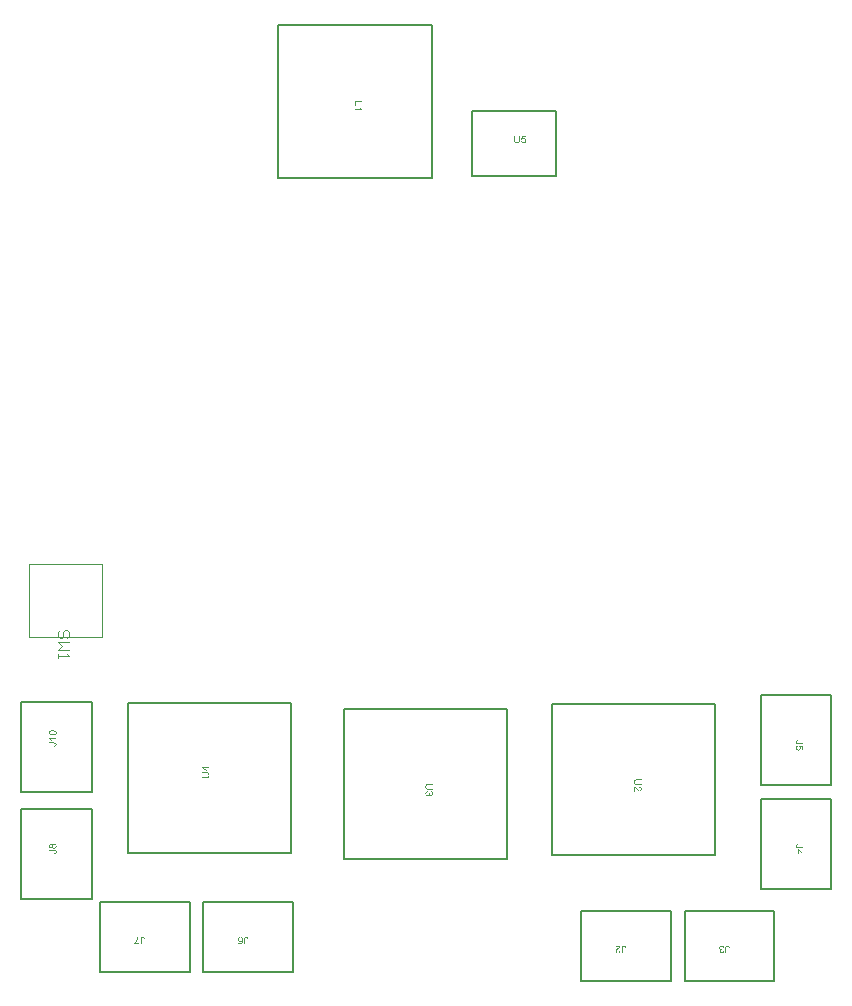
<source format=gbr>
G04*
G04 #@! TF.GenerationSoftware,Altium Limited,Altium Designer,22.9.1 (49)*
G04*
G04 Layer_Color=32768*
%FSTAX24Y24*%
%MOIN*%
G70*
G04*
G04 #@! TF.SameCoordinates,D3726A14-7932-4F0B-9928-97F3702F6CAB*
G04*
G04*
G04 #@! TF.FilePolarity,Positive*
G04*
G01*
G75*
%ADD13C,0.0079*%
%ADD76C,0.0039*%
G36*
X016798Y028611D02*
Y02861D01*
Y028609D01*
Y028607D01*
Y028604D01*
X016798Y028601D01*
Y028598D01*
X016797Y028593D01*
X016797Y028589D01*
X016796Y028579D01*
X016794Y028569D01*
X016792Y028559D01*
X016791Y028554D01*
X016789Y02855D01*
Y028549D01*
X016789Y028549D01*
X016788Y028548D01*
X016787Y028546D01*
X016785Y028542D01*
X016782Y028537D01*
X016778Y028531D01*
X016773Y028525D01*
X016766Y028519D01*
X016758Y028514D01*
X016758D01*
X016757Y028513D01*
X016756Y028513D01*
X016754Y028512D01*
X016752Y028511D01*
X016749Y028509D01*
X016746Y028508D01*
X016742Y028507D01*
X016738Y028505D01*
X016734Y028504D01*
X016729Y028503D01*
X016724Y028502D01*
X016718Y028501D01*
X016712Y028501D01*
X016699Y0285D01*
X016696D01*
X016694Y0285D01*
X016691D01*
X016687Y028501D01*
X016683Y028501D01*
X016679Y028501D01*
X01667Y028503D01*
X01666Y028505D01*
X016651Y028508D01*
X016641Y028512D01*
X016641D01*
X01664Y028513D01*
X016639Y028513D01*
X016638Y028514D01*
X016634Y028517D01*
X016629Y028521D01*
X016624Y028526D01*
X016619Y028532D01*
X016613Y028539D01*
X016609Y028547D01*
Y028548D01*
X016609Y028548D01*
X016609Y02855D01*
X016608Y028552D01*
X016607Y028554D01*
X016607Y028557D01*
X016605Y02856D01*
X016605Y028564D01*
X016604Y028568D01*
X016603Y028573D01*
X016602Y028578D01*
X016601Y028584D01*
X016601Y02859D01*
X0166Y028596D01*
X0166Y028603D01*
Y028611D01*
Y028756D01*
X016633D01*
Y028611D01*
Y02861D01*
Y028609D01*
Y028607D01*
Y028605D01*
X016634Y028603D01*
Y028599D01*
X016634Y028592D01*
X016635Y028584D01*
X016636Y028576D01*
X016637Y028569D01*
X016638Y028566D01*
X016639Y028562D01*
X01664Y028562D01*
X01664Y02856D01*
X016642Y028557D01*
X016644Y028554D01*
X016647Y02855D01*
X016651Y028546D01*
X016655Y028542D01*
X01666Y028539D01*
X016661Y028538D01*
X016663Y028537D01*
X016666Y028536D01*
X01667Y028535D01*
X016675Y028533D01*
X016682Y028532D01*
X016689Y028531D01*
X016696Y02853D01*
X0167D01*
X016702Y028531D01*
X016706D01*
X016709Y028531D01*
X016717Y028532D01*
X016726Y028534D01*
X016734Y028537D01*
X016742Y028541D01*
X016746Y028544D01*
X016749Y028547D01*
X016749Y028547D01*
X01675Y028547D01*
X01675Y028548D01*
X016751Y02855D01*
X016753Y028552D01*
X016754Y028554D01*
X016755Y028558D01*
X016757Y028561D01*
X016758Y028565D01*
X016759Y02857D01*
X016761Y028575D01*
X016762Y028581D01*
X016763Y028587D01*
X016764Y028594D01*
X016765Y028602D01*
Y028611D01*
Y028756D01*
X016798D01*
Y028611D01*
D02*
G37*
G36*
X016996Y028723D02*
X016895D01*
X016882Y028655D01*
X016882Y028656D01*
X016883Y028656D01*
X016884Y028657D01*
X016886Y028658D01*
X016888Y028659D01*
X01689Y028661D01*
X016896Y028663D01*
X016904Y028666D01*
X016912Y028669D01*
X01692Y028671D01*
X016925Y028671D01*
X016933D01*
X016935Y028671D01*
X016938Y028671D01*
X016941Y02867D01*
X016945Y02867D01*
X016949Y028669D01*
X016957Y028666D01*
X016962Y028664D01*
X016967Y028662D01*
X016972Y028659D01*
X016976Y028656D01*
X016981Y028653D01*
X016985Y028649D01*
X016985Y028648D01*
X016986Y028647D01*
X016987Y028646D01*
X016989Y028644D01*
X016991Y028642D01*
X016992Y028639D01*
X016995Y028636D01*
X016997Y028632D01*
X016999Y028628D01*
X017001Y028624D01*
X017003Y028619D01*
X017004Y028614D01*
X017006Y028608D01*
X017007Y028602D01*
X017008Y028596D01*
X017008Y02859D01*
Y028589D01*
Y028588D01*
Y028586D01*
X017008Y028584D01*
X017007Y028581D01*
X017007Y028578D01*
X017006Y028574D01*
X017005Y02857D01*
X017003Y02856D01*
X017Y02855D01*
X016997Y028545D01*
X016995Y02854D01*
X016992Y028535D01*
X016988Y028531D01*
X016988Y02853D01*
X016987Y028529D01*
X016985Y028528D01*
X016984Y028526D01*
X016981Y028524D01*
X016978Y028521D01*
X016975Y028518D01*
X016971Y028515D01*
X016966Y028512D01*
X016961Y02851D01*
X016956Y028507D01*
X01695Y028505D01*
X016944Y028503D01*
X016937Y028501D01*
X016929Y0285D01*
X016922Y0285D01*
X016918D01*
X016916Y0285D01*
X016913Y028501D01*
X01691Y028501D01*
X016906Y028501D01*
X016902Y028503D01*
X016893Y028505D01*
X016884Y028508D01*
X016879Y02851D01*
X016874Y028513D01*
X01687Y028516D01*
X016865Y028519D01*
X016865Y028519D01*
X016864Y02852D01*
X016864Y028521D01*
X016862Y028523D01*
X01686Y028524D01*
X016858Y028527D01*
X016856Y028529D01*
X016854Y028533D01*
X016852Y028536D01*
X01685Y02854D01*
X016846Y028549D01*
X016843Y028559D01*
X016842Y028564D01*
X016841Y02857D01*
X016873Y028573D01*
Y028572D01*
Y028572D01*
X016874Y028571D01*
X016874Y028569D01*
X016875Y028565D01*
X016877Y028559D01*
X016879Y028554D01*
X016882Y028548D01*
X016885Y028542D01*
X01689Y028537D01*
X01689Y028537D01*
X016892Y028535D01*
X016895Y028533D01*
X016899Y028531D01*
X016903Y028529D01*
X016909Y028527D01*
X016915Y028526D01*
X016922Y028525D01*
X016924D01*
X016925Y028526D01*
X01693Y028526D01*
X016935Y028528D01*
X016941Y028529D01*
X016947Y028532D01*
X016954Y028537D01*
X016957Y028539D01*
X01696Y028542D01*
X01696Y028543D01*
X01696Y028543D01*
X016961Y028544D01*
X016962Y028545D01*
X016965Y028549D01*
X016968Y028554D01*
X01697Y02856D01*
X016973Y028568D01*
X016975Y028577D01*
X016975Y028582D01*
Y028587D01*
Y028587D01*
Y028588D01*
Y02859D01*
X016975Y028591D01*
Y028594D01*
X016975Y028596D01*
X016973Y028602D01*
X016972Y028609D01*
X016969Y028616D01*
X016965Y028622D01*
X01696Y028628D01*
Y028629D01*
X01696Y028629D01*
X016958Y028631D01*
X016955Y028634D01*
X01695Y028636D01*
X016944Y028639D01*
X016938Y028642D01*
X01693Y028643D01*
X016926Y028644D01*
X016919D01*
X016916Y028644D01*
X016912Y028643D01*
X016908Y028642D01*
X016904Y028641D01*
X016899Y028639D01*
X016894Y028637D01*
X016894Y028637D01*
X016892Y028636D01*
X01689Y028634D01*
X016887Y028632D01*
X016884Y02863D01*
X016881Y028627D01*
X016878Y028623D01*
X016876Y028619D01*
X016846Y028623D01*
X016871Y028753D01*
X016996D01*
Y028723D01*
D02*
G37*
G36*
X006385Y007714D02*
X006446D01*
Y007683D01*
X006385D01*
Y007573D01*
X006357D01*
X006194Y007689D01*
Y007714D01*
X006357D01*
Y007748D01*
X006385D01*
Y007714D01*
D02*
G37*
G36*
X006349Y007541D02*
X006352D01*
X006357Y00754D01*
X006361Y00754D01*
X006371Y007539D01*
X006381Y007537D01*
X006391Y007535D01*
X006396Y007534D01*
X0064Y007532D01*
X0064D01*
X006401Y007532D01*
X006402Y007531D01*
X006404Y00753D01*
X006408Y007528D01*
X006413Y007525D01*
X006419Y00752D01*
X006425Y007515D01*
X006431Y007509D01*
X006436Y007501D01*
Y0075D01*
X006437Y0075D01*
X006437Y007499D01*
X006438Y007497D01*
X006439Y007495D01*
X006441Y007492D01*
X006442Y007489D01*
X006443Y007485D01*
X006445Y007481D01*
X006446Y007477D01*
X006447Y007472D01*
X006448Y007467D01*
X006449Y007461D01*
X006449Y007455D01*
X00645Y007442D01*
Y007439D01*
X00645Y007436D01*
Y007434D01*
X006449Y00743D01*
X006449Y007426D01*
X006449Y007422D01*
X006447Y007413D01*
X006445Y007403D01*
X006442Y007393D01*
X006438Y007384D01*
Y007384D01*
X006437Y007383D01*
X006437Y007382D01*
X006436Y007381D01*
X006433Y007377D01*
X006429Y007372D01*
X006424Y007367D01*
X006418Y007361D01*
X006411Y007356D01*
X006403Y007352D01*
X006402D01*
X006402Y007352D01*
X0064Y007352D01*
X006398Y007351D01*
X006396Y00735D01*
X006393Y007349D01*
X00639Y007348D01*
X006386Y007348D01*
X006382Y007347D01*
X006377Y007346D01*
X006372Y007345D01*
X006366Y007344D01*
X00636Y007344D01*
X006354Y007343D01*
X006347Y007343D01*
X006339D01*
X006194D01*
Y007376D01*
X006339D01*
X00634D01*
X006341D01*
X006343D01*
X006345D01*
X006347Y007377D01*
X006351D01*
X006358Y007377D01*
X006366Y007378D01*
X006374Y007379D01*
X006381Y00738D01*
X006384Y007381D01*
X006388Y007382D01*
X006388Y007383D01*
X00639Y007383D01*
X006393Y007385D01*
X006396Y007387D01*
X0064Y00739D01*
X006404Y007393D01*
X006408Y007398D01*
X006411Y007403D01*
X006412Y007404D01*
X006413Y007405D01*
X006414Y007409D01*
X006415Y007413D01*
X006417Y007418D01*
X006418Y007425D01*
X006419Y007432D01*
X00642Y007439D01*
Y007443D01*
X006419Y007445D01*
Y007448D01*
X006419Y007452D01*
X006418Y00746D01*
X006416Y007468D01*
X006413Y007477D01*
X006409Y007485D01*
X006406Y007488D01*
X006403Y007492D01*
X006403Y007492D01*
X006403Y007492D01*
X006402Y007493D01*
X0064Y007494D01*
X006398Y007495D01*
X006396Y007497D01*
X006392Y007498D01*
X006389Y0075D01*
X006385Y007501D01*
X00638Y007502D01*
X006375Y007504D01*
X006369Y007505D01*
X006363Y007506D01*
X006356Y007507D01*
X006348Y007507D01*
X006339D01*
X006194D01*
Y007541D01*
X006339D01*
X00634D01*
X006341D01*
X006343D01*
X006346D01*
X006349Y007541D01*
D02*
G37*
G36*
X026073Y005112D02*
X026073D01*
X026072D01*
X02607D01*
X026068Y005112D01*
X026066Y005111D01*
X026064D01*
X026057Y00511D01*
X026051Y005109D01*
X026044Y005107D01*
X026038Y005105D01*
X026036Y005103D01*
X026034Y005101D01*
X026033Y005101D01*
X026032Y0051D01*
X02603Y005097D01*
X026029Y005094D01*
X026026Y00509D01*
X026025Y005086D01*
X026024Y005081D01*
X026023Y005075D01*
Y005073D01*
X026024Y00507D01*
X026024Y005067D01*
X026025Y005064D01*
X026025Y00506D01*
X026027Y005057D01*
X026029Y005053D01*
X026029Y005053D01*
X02603Y005051D01*
X026031Y00505D01*
X026033Y005048D01*
X026035Y005046D01*
X026038Y005044D01*
X026041Y005042D01*
X026044Y005041D01*
X026045D01*
X026046Y00504D01*
X026049Y005039D01*
X026052Y005039D01*
X026056Y005038D01*
X026062Y005038D01*
X026068Y005037D01*
X026076D01*
X02625D01*
Y005003D01*
X026078D01*
X026077D01*
X026076D01*
X026075D01*
X026073D01*
X02607Y005004D01*
X026067D01*
X02606Y005005D01*
X026052Y005005D01*
X026044Y005007D01*
X026036Y005009D01*
X026029Y005011D01*
X026028D01*
X026028Y005012D01*
X026026Y005013D01*
X026023Y005015D01*
X026019Y005017D01*
X026015Y005021D01*
X02601Y005025D01*
X026006Y00503D01*
X026002Y005036D01*
X026002Y005037D01*
X026001Y005039D01*
X025999Y005042D01*
X025998Y005047D01*
X025996Y005053D01*
X025995Y005059D01*
X025994Y005066D01*
X025993Y005074D01*
Y005078D01*
X025994Y00508D01*
X025994Y005083D01*
X025994Y005086D01*
X025996Y005093D01*
X025998Y005101D01*
X026001Y00511D01*
X026003Y005114D01*
X026006Y005118D01*
X026009Y005122D01*
X026012Y005125D01*
X026013Y005126D01*
X026013Y005126D01*
X026014Y005127D01*
X026016Y005128D01*
X026018Y005129D01*
X02602Y005131D01*
X026023Y005132D01*
X026026Y005134D01*
X02603Y005136D01*
X026034Y005137D01*
X026039Y005138D01*
X026044Y00514D01*
X026049Y005141D01*
X026056Y005142D01*
X026062Y005142D01*
X026069D01*
X026073Y005112D01*
D02*
G37*
G36*
X02625Y004857D02*
Y004832D01*
X026086D01*
Y004797D01*
X026058D01*
Y004832D01*
X025998D01*
Y004863D01*
X026058D01*
Y004972D01*
X026086D01*
X02625Y004857D01*
D02*
G37*
G36*
X011552Y029867D02*
X01133D01*
Y029742D01*
X0113D01*
Y0299D01*
X011552D01*
Y029867D01*
D02*
G37*
G36*
X01149Y029691D02*
X01149Y029691D01*
X011491Y029689D01*
X011492Y029687D01*
X011493Y029685D01*
X011494Y029683D01*
X011498Y029677D01*
X011502Y029669D01*
X011507Y029662D01*
X011513Y029654D01*
X011519Y029647D01*
X011519Y029646D01*
X01152Y029646D01*
X011521Y029645D01*
X011522Y029643D01*
X011526Y02964D01*
X01153Y029636D01*
X011535Y029631D01*
X011541Y029627D01*
X011547Y029623D01*
X011553Y029619D01*
Y029599D01*
X0113D01*
Y02963D01*
X011497D01*
X011497Y02963D01*
X011495Y029632D01*
X011493Y029634D01*
X01149Y029638D01*
X011487Y029642D01*
X011483Y029647D01*
X011479Y029653D01*
X011475Y029659D01*
Y02966D01*
X011475Y02966D01*
X011474Y029662D01*
X011472Y029666D01*
X01147Y02967D01*
X011467Y029675D01*
X011465Y029681D01*
X011462Y029686D01*
X01146Y029692D01*
X01149D01*
Y029691D01*
D02*
G37*
G36*
X020856Y007267D02*
X020711D01*
X02071D01*
X020709D01*
X020707D01*
X020705D01*
X020703Y007266D01*
X020699D01*
X020692Y007266D01*
X020684Y007265D01*
X020676Y007264D01*
X020669Y007263D01*
X020666Y007262D01*
X020662Y007261D01*
X020662Y00726D01*
X02066Y00726D01*
X020657Y007258D01*
X020654Y007256D01*
X02065Y007253D01*
X020646Y007249D01*
X020642Y007245D01*
X020639Y00724D01*
X020638Y007239D01*
X020637Y007237D01*
X020636Y007234D01*
X020635Y00723D01*
X020633Y007225D01*
X020632Y007218D01*
X020631Y007211D01*
X02063Y007204D01*
Y0072D01*
X020631Y007198D01*
Y007194D01*
X020631Y007191D01*
X020632Y007183D01*
X020634Y007174D01*
X020637Y007166D01*
X020641Y007158D01*
X020644Y007154D01*
X020647Y007151D01*
X020647Y007151D01*
X020647Y00715D01*
X020648Y00715D01*
X02065Y007149D01*
X020652Y007147D01*
X020654Y007146D01*
X020658Y007145D01*
X020661Y007143D01*
X020665Y007142D01*
X02067Y007141D01*
X020675Y007139D01*
X020681Y007138D01*
X020687Y007137D01*
X020694Y007136D01*
X020702Y007135D01*
X020711D01*
X020856D01*
Y007102D01*
X020711D01*
X02071D01*
X020709D01*
X020707D01*
X020704D01*
X020701Y007102D01*
X020698D01*
X020693Y007103D01*
X020689Y007103D01*
X020679Y007104D01*
X020669Y007106D01*
X020659Y007108D01*
X020654Y007109D01*
X02065Y007111D01*
X020649D01*
X020649Y007111D01*
X020648Y007112D01*
X020646Y007113D01*
X020642Y007115D01*
X020637Y007118D01*
X020631Y007122D01*
X020625Y007127D01*
X020619Y007134D01*
X020614Y007142D01*
Y007142D01*
X020613Y007143D01*
X020613Y007144D01*
X020612Y007146D01*
X020611Y007148D01*
X020609Y007151D01*
X020608Y007154D01*
X020607Y007158D01*
X020605Y007162D01*
X020604Y007166D01*
X020603Y007171D01*
X020602Y007176D01*
X020601Y007182D01*
X020601Y007188D01*
X0206Y007201D01*
Y007204D01*
X0206Y007206D01*
Y007209D01*
X020601Y007213D01*
X020601Y007217D01*
X020601Y007221D01*
X020603Y00723D01*
X020605Y00724D01*
X020608Y007249D01*
X020612Y007259D01*
Y007259D01*
X020613Y00726D01*
X020613Y007261D01*
X020614Y007262D01*
X020617Y007266D01*
X020621Y007271D01*
X020626Y007276D01*
X020632Y007281D01*
X020639Y007287D01*
X020647Y007291D01*
X020648D01*
X020648Y007291D01*
X02065Y007291D01*
X020652Y007292D01*
X020654Y007293D01*
X020657Y007293D01*
X02066Y007295D01*
X020664Y007295D01*
X020668Y007296D01*
X020673Y007297D01*
X020678Y007298D01*
X020684Y007299D01*
X02069Y007299D01*
X020696Y0073D01*
X020703Y0073D01*
X020711D01*
X020856D01*
Y007267D01*
D02*
G37*
G36*
X020611Y007063D02*
X020615Y007063D01*
X020618Y007062D01*
X020622Y007061D01*
X020626Y00706D01*
X020626D01*
X020627Y007059D01*
X020629Y007059D01*
X020632Y007057D01*
X020636Y007055D01*
X020641Y007052D01*
X020647Y007048D01*
X020653Y007044D01*
X020659Y007039D01*
X02066D01*
X02066Y007039D01*
X020662Y007037D01*
X020666Y007034D01*
X02067Y007029D01*
X020676Y007023D01*
X020682Y007016D01*
X02069Y007008D01*
X020697Y006999D01*
X020698Y006999D01*
X020699Y006997D01*
X0207Y006995D01*
X020703Y006992D01*
X020706Y006989D01*
X020709Y006985D01*
X020712Y006981D01*
X020716Y006976D01*
X020725Y006967D01*
X020734Y006958D01*
X020738Y006954D01*
X020743Y00695D01*
X020747Y006946D01*
X020751Y006943D01*
X020751D01*
X020751Y006943D01*
X020753Y006942D01*
X020754Y006941D01*
X020758Y006939D01*
X020763Y006936D01*
X020769Y006933D01*
X020775Y006931D01*
X020782Y006929D01*
X020788Y006928D01*
X020789D01*
X020789D01*
X020791Y006929D01*
X020795Y006929D01*
X020799Y00693D01*
X020804Y006932D01*
X020809Y006934D01*
X020814Y006937D01*
X020819Y006942D01*
X02082Y006943D01*
X020821Y006944D01*
X020823Y006947D01*
X020826Y006951D01*
X020828Y006956D01*
X02083Y006962D01*
X020831Y006969D01*
X020832Y006976D01*
Y006979D01*
X020831Y00698D01*
X020831Y006984D01*
X02083Y00699D01*
X020829Y006995D01*
X020826Y007001D01*
X020823Y007007D01*
X020818Y007012D01*
X020818Y007013D01*
X020816Y007015D01*
X020813Y007017D01*
X020809Y007019D01*
X020803Y007022D01*
X020797Y007024D01*
X02079Y007025D01*
X020781Y007026D01*
X020785Y007058D01*
X020785D01*
X020786Y007057D01*
X020788D01*
X02079Y007057D01*
X020793Y007056D01*
X020797Y007055D01*
X020801Y007054D01*
X020805Y007053D01*
X020813Y00705D01*
X020822Y007046D01*
X020826Y007043D01*
X020831Y00704D01*
X020835Y007037D01*
X020838Y007033D01*
X020839Y007033D01*
X020839Y007032D01*
X02084Y007031D01*
X020841Y007029D01*
X020843Y007027D01*
X020844Y007024D01*
X020846Y007022D01*
X020848Y007018D01*
X02085Y007014D01*
X020852Y00701D01*
X020853Y007005D01*
X020854Y007D01*
X020856Y006994D01*
X020857Y006988D01*
X020857Y006982D01*
X020857Y006976D01*
Y006972D01*
X020857Y006969D01*
X020857Y006967D01*
X020856Y006963D01*
X020856Y006959D01*
X020855Y006955D01*
X020852Y006945D01*
X020849Y006936D01*
X020846Y006931D01*
X020844Y006927D01*
X020841Y006922D01*
X020837Y006918D01*
X020837Y006918D01*
X020836Y006917D01*
X020835Y006916D01*
X020833Y006915D01*
X020831Y006913D01*
X020829Y006911D01*
X020826Y006909D01*
X020823Y006907D01*
X020816Y006904D01*
X020807Y0069D01*
X020803Y006899D01*
X020798Y006898D01*
X020793Y006897D01*
X020787Y006897D01*
X020787D01*
X020785D01*
X020782Y006897D01*
X020778Y006897D01*
X020774Y006898D01*
X020769Y0069D01*
X020763Y006901D01*
X020758Y006903D01*
X020757Y006904D01*
X020755Y006904D01*
X020752Y006906D01*
X020748Y006908D01*
X020744Y006911D01*
X020738Y006915D01*
X020733Y006919D01*
X020727Y006924D01*
X020726Y006925D01*
X020724Y006927D01*
X020722Y006928D01*
X02072Y00693D01*
X020718Y006932D01*
X020715Y006935D01*
X020712Y006938D01*
X020709Y006942D01*
X020705Y006945D01*
X020701Y00695D01*
X020697Y006955D01*
X020692Y00696D01*
X020688Y006965D01*
X020683Y006971D01*
X020682Y006972D01*
X020682Y006972D01*
X02068Y006974D01*
X020679Y006976D01*
X020677Y006978D01*
X020675Y00698D01*
X02067Y006986D01*
X020664Y006992D01*
X020659Y006998D01*
X020654Y007003D01*
X020652Y007006D01*
X020651Y007007D01*
X02065Y007008D01*
X020649Y007009D01*
X020648Y00701D01*
X020645Y007012D01*
X020643Y007014D01*
X02064Y007016D01*
X020634Y00702D01*
Y006896D01*
X020604D01*
Y007063D01*
X020605D01*
X020606D01*
X020608D01*
X020611Y007063D01*
D02*
G37*
G36*
X02027Y001756D02*
X020272Y001756D01*
X020275Y001756D01*
X020283Y001754D01*
X020291Y001752D01*
X020299Y001749D01*
X020304Y001747D01*
X020308Y001744D01*
X020311Y001741D01*
X020315Y001738D01*
X020315Y001737D01*
X020316Y001737D01*
X020317Y001736D01*
X020318Y001734D01*
X020319Y001732D01*
X020321Y00173D01*
X020322Y001727D01*
X020324Y001724D01*
X020325Y00172D01*
X020327Y001716D01*
X020328Y001711D01*
X02033Y001706D01*
X02033Y001701D01*
X020331Y001694D01*
X020332Y001688D01*
Y001681D01*
X020302Y001677D01*
Y001677D01*
Y001678D01*
Y00168D01*
X020301Y001682D01*
X020301Y001684D01*
Y001686D01*
X0203Y001693D01*
X020299Y001699D01*
X020296Y001706D01*
X020294Y001712D01*
X020293Y001714D01*
X020291Y001716D01*
X020291Y001717D01*
X020289Y001718D01*
X020287Y00172D01*
X020284Y001721D01*
X02028Y001724D01*
X020276Y001725D01*
X02027Y001726D01*
X020264Y001727D01*
X020262D01*
X02026Y001726D01*
X020257Y001726D01*
X020254Y001725D01*
X02025Y001725D01*
X020246Y001723D01*
X020243Y001721D01*
X020242Y001721D01*
X020241Y00172D01*
X02024Y001719D01*
X020238Y001717D01*
X020236Y001715D01*
X020234Y001712D01*
X020232Y001709D01*
X02023Y001706D01*
Y001705D01*
X02023Y001704D01*
X020229Y001701D01*
X020228Y001698D01*
X020228Y001694D01*
X020227Y001688D01*
X020227Y001682D01*
Y001674D01*
Y0015D01*
X020193D01*
Y001672D01*
Y001673D01*
Y001674D01*
Y001675D01*
Y001677D01*
X020193Y00168D01*
Y001683D01*
X020194Y00169D01*
X020195Y001698D01*
X020196Y001706D01*
X020199Y001714D01*
X020201Y001721D01*
Y001722D01*
X020201Y001722D01*
X020203Y001724D01*
X020204Y001727D01*
X020207Y001731D01*
X020211Y001735D01*
X020215Y00174D01*
X02022Y001744D01*
X020226Y001748D01*
X020226Y001748D01*
X020228Y001749D01*
X020232Y001751D01*
X020236Y001752D01*
X020242Y001754D01*
X020249Y001755D01*
X020256Y001756D01*
X020264Y001757D01*
X020267D01*
X02027Y001756D01*
D02*
G37*
G36*
X020156Y001752D02*
Y001751D01*
Y001748D01*
X020155Y001745D01*
X020155Y001742D01*
X020154Y001738D01*
X020153Y001735D01*
X020152Y001731D01*
Y00173D01*
X020152Y00173D01*
X020151Y001728D01*
X020149Y001725D01*
X020147Y00172D01*
X020144Y001715D01*
X020141Y001709D01*
X020137Y001704D01*
X020132Y001697D01*
Y001697D01*
X020131Y001697D01*
X020129Y001694D01*
X020126Y001691D01*
X020121Y001686D01*
X020116Y001681D01*
X020109Y001674D01*
X0201Y001667D01*
X020091Y00166D01*
X020091Y001659D01*
X020089Y001658D01*
X020087Y001656D01*
X020085Y001654D01*
X020081Y001651D01*
X020077Y001648D01*
X020073Y001644D01*
X020069Y00164D01*
X02006Y001631D01*
X02005Y001623D01*
X020046Y001618D01*
X020042Y001614D01*
X020038Y00161D01*
X020036Y001606D01*
Y001606D01*
X020035Y001605D01*
X020034Y001604D01*
X020033Y001603D01*
X020031Y001599D01*
X020028Y001594D01*
X020025Y001588D01*
X020023Y001582D01*
X020021Y001575D01*
X020021Y001569D01*
Y001568D01*
Y001568D01*
X020021Y001566D01*
X020021Y001562D01*
X020022Y001558D01*
X020024Y001553D01*
X020026Y001548D01*
X02003Y001543D01*
X020034Y001538D01*
X020035Y001537D01*
X020037Y001535D01*
X020039Y001534D01*
X020043Y001531D01*
X020048Y001529D01*
X020054Y001527D01*
X020061Y001525D01*
X020069Y001525D01*
X020071D01*
X020072Y001525D01*
X020077Y001526D01*
X020082Y001527D01*
X020087Y001528D01*
X020093Y001531D01*
X020099Y001534D01*
X020105Y001538D01*
X020105Y001539D01*
X020107Y001541D01*
X020109Y001544D01*
X020111Y001548D01*
X020114Y001553D01*
X020116Y00156D01*
X020117Y001567D01*
X020118Y001575D01*
X02015Y001572D01*
Y001572D01*
X020149Y001571D01*
Y001569D01*
X020149Y001566D01*
X020148Y001563D01*
X020148Y00156D01*
X020147Y001556D01*
X020145Y001552D01*
X020143Y001543D01*
X020138Y001535D01*
X020136Y00153D01*
X020132Y001526D01*
X020129Y001522D01*
X020125Y001518D01*
X020125Y001518D01*
X020124Y001518D01*
X020123Y001516D01*
X020121Y001515D01*
X020119Y001514D01*
X020117Y001512D01*
X020114Y001511D01*
X02011Y001509D01*
X020106Y001507D01*
X020102Y001505D01*
X020097Y001504D01*
X020092Y001502D01*
X020086Y001501D01*
X020081Y0015D01*
X020074Y0015D01*
X020068Y001499D01*
X020064D01*
X020062Y0015D01*
X020059Y0015D01*
X020055Y0015D01*
X020051Y001501D01*
X020047Y001502D01*
X020038Y001504D01*
X020028Y001508D01*
X020023Y00151D01*
X020019Y001513D01*
X020014Y001516D01*
X02001Y00152D01*
X02001Y00152D01*
X020009Y00152D01*
X020009Y001522D01*
X020007Y001523D01*
X020005Y001525D01*
X020003Y001528D01*
X020002Y00153D01*
X019999Y001534D01*
X019996Y00154D01*
X019992Y001549D01*
X019991Y001554D01*
X01999Y001559D01*
X019989Y001564D01*
X019989Y001569D01*
Y00157D01*
Y001572D01*
X019989Y001575D01*
X01999Y001579D01*
X01999Y001583D01*
X019992Y001588D01*
X019993Y001594D01*
X019995Y001599D01*
X019996Y0016D01*
X019997Y001602D01*
X019998Y001605D01*
X02Y001609D01*
X020003Y001613D01*
X020007Y001618D01*
X020011Y001624D01*
X020016Y00163D01*
X020017Y001631D01*
X020019Y001633D01*
X020021Y001635D01*
X020022Y001637D01*
X020025Y001639D01*
X020027Y001642D01*
X02003Y001645D01*
X020034Y001648D01*
X020038Y001652D01*
X020042Y001656D01*
X020047Y00166D01*
X020052Y001664D01*
X020058Y001669D01*
X020064Y001674D01*
X020064Y001674D01*
X020065Y001675D01*
X020066Y001676D01*
X020068Y001678D01*
X02007Y00168D01*
X020073Y001682D01*
X020078Y001687D01*
X020085Y001692D01*
X02009Y001698D01*
X020096Y001702D01*
X020098Y001704D01*
X0201Y001706D01*
X0201Y001706D01*
X020101Y001708D01*
X020102Y001709D01*
X020104Y001711D01*
X020106Y001714D01*
X020108Y001716D01*
X020113Y001722D01*
X019989D01*
Y001752D01*
X020156D01*
Y001752D01*
D02*
G37*
G36*
X023533Y001756D02*
X023536Y001756D01*
X023539Y001756D01*
X023543Y001755D01*
X023547Y001754D01*
X023556Y001752D01*
X023565Y001748D01*
X023569Y001746D01*
X023574Y001744D01*
X023578Y00174D01*
X023583Y001737D01*
X023583Y001737D01*
X023584Y001736D01*
X023585Y001735D01*
X023586Y001733D01*
X023588Y001732D01*
X023589Y001729D01*
X023592Y001726D01*
X023594Y001723D01*
X023596Y00172D01*
X023598Y001716D01*
X023602Y001707D01*
X023605Y001697D01*
X023607Y001692D01*
X023607Y001686D01*
X023576Y001682D01*
Y001682D01*
X023576Y001683D01*
X023576Y001684D01*
X023575Y001686D01*
X023575Y001688D01*
X023574Y001691D01*
X023572Y001696D01*
X02357Y001703D01*
X023567Y001709D01*
X023563Y001715D01*
X023559Y00172D01*
X023558Y00172D01*
X023556Y001722D01*
X023553Y001724D01*
X02355Y001725D01*
X023545Y001728D01*
X02354Y001729D01*
X023534Y001731D01*
X023527Y001731D01*
X023525D01*
X023524Y001731D01*
X02352Y00173D01*
X023514Y001729D01*
X023509Y001728D01*
X023502Y001725D01*
X023496Y001721D01*
X02349Y001716D01*
X02349Y001716D01*
X023488Y001713D01*
X023486Y00171D01*
X023483Y001706D01*
X02348Y0017D01*
X023478Y001694D01*
X023476Y001687D01*
X023475Y001679D01*
Y001678D01*
Y001678D01*
Y001677D01*
X023476Y001675D01*
X023476Y001671D01*
X023477Y001666D01*
X023478Y001661D01*
X023481Y001655D01*
X023485Y001649D01*
X023489Y001643D01*
X02349Y001643D01*
X023492Y001641D01*
X023495Y001639D01*
X023499Y001637D01*
X023504Y001634D01*
X02351Y001632D01*
X023517Y00163D01*
X023525Y00163D01*
X023528D01*
X02353Y00163D01*
X023534Y00163D01*
X023537Y001631D01*
X023542Y001632D01*
X023547Y001633D01*
X023543Y001606D01*
X023541D01*
X02354Y001606D01*
X023535D01*
X023531Y001605D01*
X023526Y001605D01*
X023521Y001603D01*
X023514Y001602D01*
X023509Y001599D01*
X023502Y001596D01*
X023502D01*
X023502Y001595D01*
X0235Y001594D01*
X023497Y001591D01*
X023494Y001588D01*
X023492Y001583D01*
X023489Y001578D01*
X023487Y001572D01*
X023486Y001568D01*
Y001564D01*
Y001564D01*
Y001563D01*
Y001561D01*
X023487Y001558D01*
X023488Y001554D01*
X023489Y00155D01*
X023491Y001545D01*
X023494Y00154D01*
X023498Y001536D01*
X023498Y001536D01*
X0235Y001534D01*
X023503Y001532D01*
X023506Y00153D01*
X02351Y001528D01*
X023516Y001527D01*
X023521Y001525D01*
X023528Y001525D01*
X023531D01*
X023534Y001526D01*
X023538Y001526D01*
X023543Y001528D01*
X023548Y00153D01*
X023553Y001532D01*
X023558Y001536D01*
X023558Y001536D01*
X02356Y001538D01*
X023562Y001541D01*
X023564Y001544D01*
X023567Y001549D01*
X023569Y001555D01*
X023572Y001562D01*
X023573Y00157D01*
X023604Y001565D01*
Y001564D01*
X023604Y001563D01*
X023603Y001562D01*
X023603Y001559D01*
X023602Y001557D01*
X023601Y001554D01*
X023599Y001547D01*
X023595Y001539D01*
X023591Y001531D01*
X023585Y001523D01*
X023579Y001516D01*
X023578Y001516D01*
X023577Y001516D01*
X023576Y001515D01*
X023575Y001514D01*
X023573Y001512D01*
X023571Y001511D01*
X023568Y00151D01*
X023565Y001508D01*
X023557Y001505D01*
X023549Y001502D01*
X023539Y0015D01*
X023534Y001499D01*
X023525D01*
X023521Y0015D01*
X023516Y0015D01*
X02351Y001502D01*
X023504Y001503D01*
X023497Y001506D01*
X023491Y001508D01*
X02349D01*
X02349Y001509D01*
X023488Y00151D01*
X023485Y001512D01*
X023481Y001515D01*
X023477Y001518D01*
X023472Y001522D01*
X023468Y001527D01*
X023464Y001532D01*
X023464Y001533D01*
X023463Y001535D01*
X023461Y001538D01*
X02346Y001542D01*
X023458Y001547D01*
X023456Y001552D01*
X023455Y001559D01*
X023455Y001565D01*
Y001566D01*
Y001568D01*
X023455Y001571D01*
X023456Y001575D01*
X023457Y001579D01*
X023459Y001585D01*
X023461Y00159D01*
X023464Y001595D01*
X023464Y001595D01*
X023465Y001597D01*
X023468Y001599D01*
X02347Y001602D01*
X023474Y001606D01*
X023478Y001609D01*
X023484Y001613D01*
X02349Y001616D01*
X023489D01*
X023489Y001616D01*
X023488Y001617D01*
X023486Y001617D01*
X023482Y001618D01*
X023477Y001621D01*
X023471Y001623D01*
X023465Y001627D01*
X02346Y001632D01*
X023455Y001637D01*
X023454Y001638D01*
X023453Y00164D01*
X023451Y001644D01*
X023449Y001649D01*
X023446Y001654D01*
X023444Y001661D01*
X023443Y001669D01*
X023442Y001678D01*
Y001678D01*
Y00168D01*
Y001681D01*
X023443Y001684D01*
X023443Y001686D01*
X023444Y00169D01*
X023445Y001693D01*
X023445Y001697D01*
X023448Y001706D01*
X02345Y001711D01*
X023453Y001715D01*
X023456Y00172D01*
X023459Y001725D01*
X023462Y001729D01*
X023467Y001734D01*
X023467Y001734D01*
X023468Y001735D01*
X023469Y001736D01*
X023471Y001737D01*
X023473Y001739D01*
X023476Y001741D01*
X02348Y001743D01*
X023484Y001745D01*
X023488Y001747D01*
X023492Y001749D01*
X023497Y001751D01*
X023502Y001753D01*
X023508Y001755D01*
X023514Y001756D01*
X023521Y001756D01*
X023528Y001757D01*
X023531D01*
X023533Y001756D01*
D02*
G37*
G36*
X023726D02*
X023729Y001756D01*
X023732Y001756D01*
X023739Y001754D01*
X023747Y001752D01*
X023756Y001749D01*
X02376Y001747D01*
X023764Y001744D01*
X023768Y001741D01*
X023771Y001738D01*
X023772Y001737D01*
X023772Y001737D01*
X023773Y001736D01*
X023774Y001734D01*
X023775Y001732D01*
X023777Y00173D01*
X023778Y001727D01*
X02378Y001724D01*
X023782Y00172D01*
X023783Y001716D01*
X023785Y001711D01*
X023786Y001706D01*
X023787Y001701D01*
X023788Y001694D01*
X023788Y001688D01*
Y001681D01*
X023758Y001677D01*
Y001677D01*
Y001678D01*
Y00168D01*
X023758Y001682D01*
X023757Y001684D01*
Y001686D01*
X023756Y001693D01*
X023755Y001699D01*
X023753Y001706D01*
X023751Y001712D01*
X023749Y001714D01*
X023747Y001716D01*
X023747Y001717D01*
X023746Y001718D01*
X023743Y00172D01*
X023741Y001721D01*
X023737Y001724D01*
X023732Y001725D01*
X023727Y001726D01*
X023721Y001727D01*
X023719D01*
X023716Y001726D01*
X023713Y001726D01*
X02371Y001725D01*
X023706Y001725D01*
X023703Y001723D01*
X023699Y001721D01*
X023699Y001721D01*
X023698Y00172D01*
X023696Y001719D01*
X023694Y001717D01*
X023692Y001715D01*
X02369Y001712D01*
X023688Y001709D01*
X023687Y001706D01*
Y001705D01*
X023686Y001704D01*
X023686Y001701D01*
X023685Y001698D01*
X023684Y001694D01*
X023684Y001688D01*
X023683Y001682D01*
Y001674D01*
Y0015D01*
X02365D01*
Y001672D01*
Y001673D01*
Y001674D01*
Y001675D01*
Y001677D01*
X02365Y00168D01*
Y001683D01*
X023651Y00169D01*
X023651Y001698D01*
X023653Y001706D01*
X023655Y001714D01*
X023658Y001721D01*
Y001722D01*
X023658Y001722D01*
X023659Y001724D01*
X023661Y001727D01*
X023663Y001731D01*
X023667Y001735D01*
X023671Y00174D01*
X023676Y001744D01*
X023682Y001748D01*
X023683Y001748D01*
X023685Y001749D01*
X023688Y001751D01*
X023693Y001752D01*
X023699Y001754D01*
X023705Y001755D01*
X023712Y001756D01*
X023721Y001757D01*
X023724D01*
X023726Y001756D01*
D02*
G37*
G36*
X026073Y008578D02*
X026073D01*
X026072D01*
X02607D01*
X026068Y008577D01*
X026066Y008577D01*
X026064D01*
X026057Y008576D01*
X026051Y008575D01*
X026044Y008573D01*
X026038Y00857D01*
X026036Y008569D01*
X026034Y008567D01*
X026033Y008567D01*
X026032Y008565D01*
X02603Y008563D01*
X026029Y00856D01*
X026026Y008556D01*
X026025Y008552D01*
X026024Y008546D01*
X026023Y008541D01*
Y008538D01*
X026024Y008536D01*
X026024Y008533D01*
X026025Y00853D01*
X026025Y008526D01*
X026027Y008522D01*
X026029Y008519D01*
X026029Y008518D01*
X02603Y008517D01*
X026031Y008516D01*
X026033Y008514D01*
X026035Y008512D01*
X026038Y00851D01*
X026041Y008508D01*
X026044Y008506D01*
X026045D01*
X026046Y008506D01*
X026049Y008505D01*
X026052Y008504D01*
X026056Y008504D01*
X026062Y008503D01*
X026068Y008503D01*
X026076D01*
X02625D01*
Y008469D01*
X026078D01*
X026077D01*
X026076D01*
X026075D01*
X026073D01*
X02607Y00847D01*
X026067D01*
X02606Y00847D01*
X026052Y008471D01*
X026044Y008472D01*
X026036Y008475D01*
X026029Y008477D01*
X026028D01*
X026028Y008478D01*
X026026Y008479D01*
X026023Y00848D01*
X026019Y008483D01*
X026015Y008487D01*
X02601Y008491D01*
X026006Y008496D01*
X026002Y008502D01*
X026002Y008502D01*
X026001Y008504D01*
X025999Y008508D01*
X025998Y008513D01*
X025996Y008518D01*
X025995Y008525D01*
X025994Y008532D01*
X025993Y00854D01*
Y008543D01*
X025994Y008546D01*
X025994Y008549D01*
X025994Y008551D01*
X025996Y008559D01*
X025998Y008567D01*
X026001Y008575D01*
X026003Y00858D01*
X026006Y008584D01*
X026009Y008587D01*
X026012Y008591D01*
X026013Y008591D01*
X026013Y008592D01*
X026014Y008593D01*
X026016Y008594D01*
X026018Y008595D01*
X02602Y008597D01*
X026023Y008598D01*
X026026Y0086D01*
X02603Y008601D01*
X026034Y008603D01*
X026039Y008604D01*
X026044Y008606D01*
X026049Y008606D01*
X026056Y008608D01*
X026062Y008608D01*
X026069D01*
X026073Y008578D01*
D02*
G37*
G36*
X026066Y008395D02*
X026066D01*
X026065D01*
X026064Y008395D01*
X026062Y008394D01*
X026058Y008393D01*
X026053Y008392D01*
X026047Y008389D01*
X026041Y008387D01*
X026036Y008383D01*
X02603Y008379D01*
X02603Y008378D01*
X026029Y008376D01*
X026027Y008373D01*
X026025Y008369D01*
X026022Y008365D01*
X026021Y00836D01*
X026019Y008353D01*
X026019Y008347D01*
Y008344D01*
X026019Y008343D01*
X02602Y008339D01*
X026021Y008333D01*
X026023Y008327D01*
X026026Y008321D01*
X02603Y008314D01*
X026033Y008312D01*
X026036Y008309D01*
X026036Y008308D01*
X026036Y008308D01*
X026037Y008307D01*
X026038Y008306D01*
X026042Y008304D01*
X026048Y008301D01*
X026054Y008298D01*
X026061Y008296D01*
X02607Y008294D01*
X026075Y008293D01*
X02608D01*
X026081D01*
X026081D01*
X026083D01*
X026085Y008293D01*
X026087D01*
X026089Y008294D01*
X026095Y008295D01*
X026102Y008297D01*
X026109Y008299D01*
X026116Y008303D01*
X026122Y008308D01*
X026122D01*
X026123Y008309D01*
X026124Y00831D01*
X026127Y008314D01*
X02613Y008318D01*
X026132Y008324D01*
X026135Y008331D01*
X026137Y008338D01*
X026137Y008343D01*
Y008349D01*
X026137Y008352D01*
X026137Y008356D01*
X026136Y00836D01*
X026135Y008365D01*
X026133Y008369D01*
X026131Y008374D01*
X02613Y008375D01*
X026129Y008376D01*
X026128Y008378D01*
X026126Y008381D01*
X026123Y008384D01*
X02612Y008387D01*
X026117Y00839D01*
X026113Y008393D01*
X026117Y008422D01*
X026246Y008397D01*
Y008272D01*
X026217D01*
Y008373D01*
X026149Y008387D01*
X026149Y008386D01*
X026149Y008385D01*
X02615Y008384D01*
X026151Y008383D01*
X026152Y00838D01*
X026154Y008378D01*
X026157Y008372D01*
X02616Y008365D01*
X026162Y008357D01*
X026164Y008348D01*
X026165Y008344D01*
Y008336D01*
X026164Y008333D01*
X026164Y008331D01*
X026164Y008327D01*
X026163Y008324D01*
X026162Y00832D01*
X026159Y008311D01*
X026157Y008306D01*
X026155Y008301D01*
X026152Y008297D01*
X026149Y008292D01*
X026146Y008288D01*
X026142Y008283D01*
X026141Y008283D01*
X026141Y008282D01*
X02614Y008281D01*
X026138Y00828D01*
X026135Y008278D01*
X026133Y008276D01*
X026129Y008274D01*
X026126Y008272D01*
X026122Y00827D01*
X026117Y008268D01*
X026112Y008266D01*
X026107Y008264D01*
X026102Y008262D01*
X026096Y008261D01*
X026089Y008261D01*
X026083Y00826D01*
X026082D01*
X026081D01*
X02608D01*
X026077Y008261D01*
X026074Y008261D01*
X026071Y008261D01*
X026067Y008262D01*
X026063Y008263D01*
X026053Y008265D01*
X026044Y008269D01*
X026038Y008271D01*
X026034Y008274D01*
X026029Y008277D01*
X026024Y00828D01*
X026024Y008281D01*
X026022Y008281D01*
X026021Y008283D01*
X026019Y008285D01*
X026017Y008287D01*
X026014Y00829D01*
X026012Y008294D01*
X026009Y008298D01*
X026006Y008302D01*
X026003Y008307D01*
X026001Y008313D01*
X025998Y008318D01*
X025996Y008325D01*
X025995Y008332D01*
X025994Y008339D01*
X025993Y008347D01*
Y00835D01*
X025994Y008352D01*
X025994Y008355D01*
X025994Y008359D01*
X025995Y008363D01*
X025996Y008367D01*
X025998Y008376D01*
X026001Y008385D01*
X026003Y008389D01*
X026006Y008394D01*
X026009Y008399D01*
X026012Y008403D01*
X026013Y008403D01*
X026013Y008404D01*
X026014Y008405D01*
X026016Y008406D01*
X026018Y008408D01*
X02602Y00841D01*
X026023Y008412D01*
X026026Y008414D01*
X026029Y008416D01*
X026033Y008418D01*
X026042Y008422D01*
X026052Y008426D01*
X026058Y008427D01*
X026064Y008427D01*
X026066Y008395D01*
D02*
G37*
G36*
X007686Y002056D02*
X007689Y002056D01*
X007692Y002056D01*
X0077Y002054D01*
X007708Y002052D01*
X007716Y002049D01*
X007721Y002047D01*
X007725Y002044D01*
X007728Y002041D01*
X007732Y002038D01*
X007732Y002037D01*
X007733Y002037D01*
X007733Y002036D01*
X007734Y002034D01*
X007736Y002032D01*
X007737Y00203D01*
X007739Y002027D01*
X007741Y002024D01*
X007742Y00202D01*
X007743Y002016D01*
X007745Y002011D01*
X007746Y002006D01*
X007747Y002001D01*
X007748Y001994D01*
X007749Y001988D01*
Y001981D01*
X007718Y001977D01*
Y001977D01*
Y001978D01*
Y00198D01*
X007718Y001982D01*
X007718Y001984D01*
Y001986D01*
X007717Y001993D01*
X007715Y001999D01*
X007713Y002006D01*
X007711Y002012D01*
X00771Y002014D01*
X007708Y002016D01*
X007707Y002017D01*
X007706Y002018D01*
X007704Y00202D01*
X007701Y002021D01*
X007697Y002024D01*
X007692Y002025D01*
X007687Y002026D01*
X007681Y002027D01*
X007679D01*
X007677Y002026D01*
X007674Y002026D01*
X00767Y002025D01*
X007667Y002025D01*
X007663Y002023D01*
X007659Y002021D01*
X007659Y002021D01*
X007658Y00202D01*
X007656Y002019D01*
X007654Y002017D01*
X007652Y002015D01*
X00765Y002012D01*
X007648Y002009D01*
X007647Y002006D01*
Y002005D01*
X007646Y002004D01*
X007646Y002001D01*
X007645Y001998D01*
X007644Y001994D01*
X007644Y001988D01*
X007643Y001982D01*
Y001974D01*
Y0018D01*
X00761D01*
Y001972D01*
Y001973D01*
Y001974D01*
Y001975D01*
Y001977D01*
X00761Y00198D01*
Y001983D01*
X007611Y00199D01*
X007612Y001998D01*
X007613Y002006D01*
X007615Y002014D01*
X007618Y002021D01*
Y002022D01*
X007618Y002022D01*
X007619Y002024D01*
X007621Y002027D01*
X007624Y002031D01*
X007627Y002035D01*
X007631Y00204D01*
X007636Y002044D01*
X007642Y002048D01*
X007643Y002048D01*
X007645Y002049D01*
X007648Y002051D01*
X007653Y002052D01*
X007659Y002054D01*
X007666Y002055D01*
X007673Y002056D01*
X007681Y002057D01*
X007684D01*
X007686Y002056D01*
D02*
G37*
G36*
X007486D02*
X007489D01*
X007492Y002056D01*
X007496Y002055D01*
X0075Y002054D01*
X007504Y002053D01*
X007509Y002052D01*
X007514Y00205D01*
X00752Y002048D01*
X007525Y002045D01*
X00753Y002041D01*
X007535Y002038D01*
X00754Y002033D01*
X007545Y002028D01*
X007545Y002028D01*
X007546Y002027D01*
X007547Y002025D01*
X007549Y002023D01*
X007551Y00202D01*
X007553Y002016D01*
X007555Y002011D01*
X007557Y002006D01*
X00756Y002D01*
X007562Y001993D01*
X007564Y001985D01*
X007565Y001977D01*
X007567Y001968D01*
X007568Y001957D01*
X007569Y001946D01*
X007569Y001935D01*
Y001934D01*
Y001934D01*
Y001933D01*
Y001931D01*
X007569Y001928D01*
Y001923D01*
X007569Y001917D01*
X007568Y00191D01*
X007567Y001902D01*
X007566Y001894D01*
X007565Y001886D01*
X007563Y001877D01*
X007561Y001868D01*
X007558Y001859D01*
X007555Y001851D01*
X007551Y001843D01*
X007547Y001835D01*
X007543Y001828D01*
X007542Y001828D01*
X007541Y001827D01*
X00754Y001826D01*
X007538Y001824D01*
X007536Y001822D01*
X007533Y001819D01*
X007529Y001816D01*
X007526Y001814D01*
X007521Y001811D01*
X007517Y001808D01*
X007511Y001806D01*
X007506Y001804D01*
X0075Y001802D01*
X007493Y0018D01*
X007486Y0018D01*
X007479Y001799D01*
X007476D01*
X007474Y0018D01*
X007471D01*
X007468Y0018D01*
X007461Y001802D01*
X007454Y001803D01*
X007446Y001806D01*
X007438Y001811D01*
X007434Y001813D01*
X00743Y001816D01*
X00743Y001816D01*
X007429Y001817D01*
X007428Y001818D01*
X007427Y001819D01*
X007425Y001821D01*
X007424Y001823D01*
X00742Y001828D01*
X007416Y001835D01*
X007412Y001843D01*
X007409Y001852D01*
X007407Y001862D01*
X007438Y001865D01*
Y001864D01*
X007438Y001864D01*
X007438Y001862D01*
X007439Y001858D01*
X007441Y001854D01*
X007442Y00185D01*
X007445Y001846D01*
X007447Y001842D01*
X00745Y001838D01*
X00745Y001838D01*
X007452Y001836D01*
X007454Y001834D01*
X007458Y001831D01*
X007463Y001829D01*
X007468Y001827D01*
X007474Y001826D01*
X007481Y001825D01*
X007483D01*
X007486Y001825D01*
X007489Y001826D01*
X007494Y001827D01*
X007498Y001828D01*
X007502Y00183D01*
X007507Y001833D01*
X007508Y001834D01*
X007509Y001835D01*
X007512Y001838D01*
X007515Y001841D01*
X007519Y001846D01*
X007523Y001851D01*
X007526Y001857D01*
X00753Y001865D01*
Y001865D01*
X00753Y001866D01*
X007531Y001867D01*
X007532Y001868D01*
X007532Y00187D01*
X007533Y001873D01*
X007533Y001876D01*
X007534Y001879D01*
X007535Y001883D01*
X007536Y001888D01*
X007537Y001893D01*
X007537Y001898D01*
X007538Y001903D01*
X007538Y001909D01*
X007538Y001916D01*
Y001922D01*
X007538Y001922D01*
X007537Y00192D01*
X007534Y001917D01*
X007531Y001913D01*
X007527Y001909D01*
X007522Y001905D01*
X007517Y001901D01*
X007512Y001897D01*
X007511D01*
X007511Y001897D01*
X007509Y001896D01*
X007505Y001895D01*
X007501Y001893D01*
X007496Y001891D01*
X00749Y00189D01*
X007484Y001889D01*
X007477Y001889D01*
X007474D01*
X007472Y001889D01*
X007469Y00189D01*
X007466Y00189D01*
X007463Y001891D01*
X007459Y001892D01*
X007451Y001894D01*
X007446Y001896D01*
X007442Y001899D01*
X007438Y001901D01*
X007433Y001904D01*
X007429Y001908D01*
X007425Y001912D01*
X007424Y001912D01*
X007423Y001913D01*
X007422Y001914D01*
X007421Y001916D01*
X007419Y001918D01*
X007418Y001921D01*
X007416Y001924D01*
X007414Y001928D01*
X007411Y001932D01*
X00741Y001936D01*
X007408Y001941D01*
X007406Y001946D01*
X007405Y001952D01*
X007404Y001958D01*
X007403Y001964D01*
X007403Y001971D01*
Y001971D01*
Y001972D01*
Y001973D01*
Y001975D01*
X007403Y001977D01*
Y001979D01*
X007404Y001985D01*
X007405Y001992D01*
X007407Y001999D01*
X00741Y002007D01*
X007413Y002015D01*
Y002015D01*
X007414Y002016D01*
X007414Y002017D01*
X007415Y002018D01*
X007417Y002022D01*
X007421Y002026D01*
X007425Y002032D01*
X007429Y002037D01*
X007435Y002042D01*
X007441Y002046D01*
X007442D01*
X007442Y002047D01*
X007443Y002047D01*
X007445Y002048D01*
X007448Y002049D01*
X007453Y002051D01*
X007459Y002053D01*
X007466Y002055D01*
X007474Y002056D01*
X007482Y002057D01*
X007484D01*
X007486Y002056D01*
D02*
G37*
G36*
X013906Y007117D02*
X013761D01*
X01376D01*
X013759D01*
X013757D01*
X013755D01*
X013753Y007116D01*
X013749D01*
X013742Y007116D01*
X013734Y007115D01*
X013726Y007114D01*
X013719Y007113D01*
X013716Y007112D01*
X013712Y007111D01*
X013712Y00711D01*
X01371Y00711D01*
X013707Y007108D01*
X013704Y007106D01*
X0137Y007103D01*
X013696Y007099D01*
X013692Y007095D01*
X013689Y00709D01*
X013688Y007089D01*
X013687Y007087D01*
X013686Y007084D01*
X013685Y00708D01*
X013683Y007075D01*
X013682Y007068D01*
X013681Y007061D01*
X01368Y007054D01*
Y00705D01*
X013681Y007048D01*
Y007044D01*
X013681Y007041D01*
X013682Y007033D01*
X013684Y007024D01*
X013687Y007016D01*
X013691Y007008D01*
X013694Y007004D01*
X013697Y007001D01*
X013697Y007001D01*
X013697Y007D01*
X013698Y007D01*
X0137Y006999D01*
X013702Y006997D01*
X013704Y006996D01*
X013708Y006995D01*
X013711Y006993D01*
X013715Y006992D01*
X01372Y006991D01*
X013725Y006989D01*
X013731Y006988D01*
X013737Y006987D01*
X013744Y006986D01*
X013752Y006985D01*
X013761D01*
X013906D01*
Y006952D01*
X013761D01*
X01376D01*
X013759D01*
X013757D01*
X013754D01*
X013751Y006952D01*
X013748D01*
X013743Y006953D01*
X013739Y006953D01*
X013729Y006954D01*
X013719Y006956D01*
X013709Y006958D01*
X013704Y006959D01*
X0137Y006961D01*
X0137D01*
X013699Y006961D01*
X013698Y006962D01*
X013696Y006963D01*
X013692Y006965D01*
X013687Y006968D01*
X013681Y006972D01*
X013675Y006977D01*
X013669Y006984D01*
X013664Y006992D01*
Y006992D01*
X013663Y006993D01*
X013663Y006994D01*
X013662Y006996D01*
X013661Y006998D01*
X013659Y007001D01*
X013658Y007004D01*
X013657Y007008D01*
X013655Y007012D01*
X013654Y007016D01*
X013653Y007021D01*
X013652Y007026D01*
X013651Y007032D01*
X013651Y007038D01*
X01365Y007051D01*
Y007054D01*
X01365Y007056D01*
Y007059D01*
X013651Y007063D01*
X013651Y007067D01*
X013651Y007071D01*
X013653Y00708D01*
X013655Y00709D01*
X013658Y007099D01*
X013662Y007109D01*
Y007109D01*
X013663Y00711D01*
X013663Y007111D01*
X013664Y007112D01*
X013667Y007116D01*
X013671Y007121D01*
X013676Y007126D01*
X013682Y007131D01*
X013689Y007137D01*
X013697Y007141D01*
X013698D01*
X013698Y007141D01*
X0137Y007141D01*
X013702Y007142D01*
X013704Y007143D01*
X013707Y007143D01*
X01371Y007145D01*
X013714Y007145D01*
X013718Y007146D01*
X013723Y007147D01*
X013728Y007148D01*
X013734Y007149D01*
X01374Y007149D01*
X013746Y00715D01*
X013753Y00715D01*
X013761D01*
X013906D01*
Y007117D01*
D02*
G37*
G36*
X013725Y006878D02*
X013725D01*
X013724Y006877D01*
X013722Y006877D01*
X013721Y006877D01*
X013718Y006876D01*
X013716Y006876D01*
X01371Y006874D01*
X013704Y006871D01*
X013698Y006868D01*
X013692Y006864D01*
X013687Y00686D01*
X013686Y006859D01*
X013685Y006858D01*
X013683Y006855D01*
X013681Y006851D01*
X013679Y006847D01*
X013677Y006841D01*
X013676Y006835D01*
X013675Y006829D01*
Y006826D01*
X013676Y006825D01*
X013676Y006821D01*
X013677Y006816D01*
X013679Y00681D01*
X013682Y006804D01*
X013685Y006798D01*
X01369Y006792D01*
X013691Y006791D01*
X013693Y006789D01*
X013697Y006787D01*
X013701Y006784D01*
X013706Y006781D01*
X013713Y006779D01*
X01372Y006777D01*
X013728Y006777D01*
X013728D01*
X013729D01*
X01373D01*
X013732Y006777D01*
X013736Y006777D01*
X01374Y006778D01*
X013746Y00678D01*
X013752Y006782D01*
X013758Y006786D01*
X013763Y006791D01*
X013764Y006791D01*
X013765Y006793D01*
X013768Y006796D01*
X01377Y0068D01*
X013773Y006805D01*
X013775Y006811D01*
X013776Y006818D01*
X013777Y006826D01*
Y006829D01*
X013777Y006832D01*
X013776Y006835D01*
X013776Y006839D01*
X013775Y006843D01*
X013774Y006848D01*
X013801Y006844D01*
Y006842D01*
X013801Y006841D01*
Y006836D01*
X013801Y006832D01*
X013802Y006827D01*
X013803Y006822D01*
X013805Y006816D01*
X013808Y00681D01*
X013811Y006804D01*
Y006803D01*
X013811Y006803D01*
X013813Y006801D01*
X013815Y006799D01*
X013819Y006796D01*
X013823Y006793D01*
X013829Y00679D01*
X013835Y006789D01*
X013839Y006788D01*
X013843D01*
X013843D01*
X013843D01*
X013845D01*
X013848Y006789D01*
X013852Y006789D01*
X013857Y006791D01*
X013861Y006793D01*
X013866Y006795D01*
X013871Y006799D01*
X013871Y0068D01*
X013872Y006802D01*
X013874Y006804D01*
X013876Y006807D01*
X013878Y006812D01*
X01388Y006817D01*
X013881Y006823D01*
X013882Y006829D01*
Y006832D01*
X013881Y006836D01*
X01388Y00684D01*
X013879Y006845D01*
X013877Y006849D01*
X013874Y006854D01*
X013871Y006859D01*
X01387Y00686D01*
X013868Y006861D01*
X013866Y006863D01*
X013862Y006866D01*
X013857Y006868D01*
X013852Y006871D01*
X013845Y006873D01*
X013837Y006874D01*
X013842Y006905D01*
X013843D01*
X013844Y006905D01*
X013845Y006905D01*
X013847Y006904D01*
X01385Y006904D01*
X013853Y006902D01*
X01386Y0069D01*
X013868Y006897D01*
X013876Y006892D01*
X013883Y006887D01*
X01389Y00688D01*
X013891Y00688D01*
X013891Y006879D01*
X013892Y006878D01*
X013893Y006876D01*
X013894Y006874D01*
X013896Y006872D01*
X013897Y006869D01*
X013899Y006866D01*
X013902Y006859D01*
X013905Y00685D01*
X013907Y006841D01*
X013907Y006836D01*
Y006826D01*
X013907Y006822D01*
X013906Y006818D01*
X013905Y006812D01*
X013903Y006805D01*
X013901Y006799D01*
X013898Y006792D01*
Y006792D01*
X013898Y006791D01*
X013897Y006789D01*
X013895Y006786D01*
X013892Y006782D01*
X013888Y006778D01*
X013884Y006774D01*
X01388Y006769D01*
X013874Y006766D01*
X013873Y006765D01*
X013872Y006764D01*
X013868Y006763D01*
X013864Y006761D01*
X01386Y006759D01*
X013854Y006758D01*
X013848Y006757D01*
X013842Y006756D01*
X013841D01*
X013839D01*
X013836Y006757D01*
X013832Y006757D01*
X013827Y006758D01*
X013822Y00676D01*
X013817Y006762D01*
X013812Y006765D01*
X013811Y006766D01*
X01381Y006767D01*
X013807Y006769D01*
X013804Y006772D01*
X013801Y006775D01*
X013797Y00678D01*
X013794Y006785D01*
X013791Y006791D01*
Y006791D01*
X013791Y00679D01*
X01379Y006789D01*
X01379Y006787D01*
X013788Y006783D01*
X013786Y006778D01*
X013783Y006773D01*
X01378Y006767D01*
X013775Y006761D01*
X013769Y006756D01*
X013769Y006756D01*
X013766Y006754D01*
X013763Y006752D01*
X013758Y00675D01*
X013752Y006748D01*
X013745Y006746D01*
X013737Y006744D01*
X013729Y006744D01*
X013728D01*
X013727D01*
X013725D01*
X013723Y006744D01*
X01372Y006745D01*
X013717Y006745D01*
X013713Y006746D01*
X013709Y006747D01*
X013701Y00675D01*
X013696Y006752D01*
X013691Y006754D01*
X013687Y006757D01*
X013682Y00676D01*
X013677Y006764D01*
X013673Y006768D01*
X013673Y006769D01*
X013672Y006769D01*
X013671Y006771D01*
X013669Y006773D01*
X013667Y006775D01*
X013666Y006778D01*
X013663Y006781D01*
X013662Y006785D01*
X013659Y006789D01*
X013657Y006794D01*
X013655Y006798D01*
X013654Y006804D01*
X013652Y00681D01*
X013651Y006816D01*
X01365Y006822D01*
X01365Y006829D01*
Y006832D01*
X01365Y006834D01*
X013651Y006837D01*
X013651Y006841D01*
X013652Y006844D01*
X013653Y006848D01*
X013655Y006857D01*
X013658Y006866D01*
X013661Y006871D01*
X013663Y006875D01*
X013666Y00688D01*
X01367Y006884D01*
X01367Y006884D01*
X013671Y006885D01*
X013672Y006886D01*
X013673Y006887D01*
X013675Y006889D01*
X013678Y006891D01*
X01368Y006893D01*
X013683Y006895D01*
X013687Y006897D01*
X013691Y0069D01*
X0137Y006904D01*
X01371Y006907D01*
X013715Y006908D01*
X013721Y006909D01*
X013725Y006878D01*
D02*
G37*
G36*
X00423Y002056D02*
X004233Y002056D01*
X004236Y002056D01*
X004243Y002054D01*
X004251Y002052D01*
X00426Y002049D01*
X004264Y002047D01*
X004268Y002044D01*
X004272Y002041D01*
X004275Y002038D01*
X004276Y002037D01*
X004276Y002037D01*
X004277Y002036D01*
X004278Y002034D01*
X004279Y002032D01*
X004281Y00203D01*
X004282Y002027D01*
X004284Y002024D01*
X004286Y00202D01*
X004287Y002016D01*
X004288Y002011D01*
X00429Y002006D01*
X004291Y002001D01*
X004292Y001994D01*
X004292Y001988D01*
Y001981D01*
X004262Y001977D01*
Y001977D01*
Y001978D01*
Y00198D01*
X004262Y001982D01*
X004261Y001984D01*
Y001986D01*
X00426Y001993D01*
X004259Y001999D01*
X004257Y002006D01*
X004255Y002012D01*
X004253Y002014D01*
X004251Y002016D01*
X004251Y002017D01*
X00425Y002018D01*
X004247Y00202D01*
X004244Y002021D01*
X00424Y002024D01*
X004236Y002025D01*
X004231Y002026D01*
X004225Y002027D01*
X004223D01*
X00422Y002026D01*
X004217Y002026D01*
X004214Y002025D01*
X00421Y002025D01*
X004207Y002023D01*
X004203Y002021D01*
X004203Y002021D01*
X004201Y00202D01*
X0042Y002019D01*
X004198Y002017D01*
X004196Y002015D01*
X004194Y002012D01*
X004192Y002009D01*
X004191Y002006D01*
Y002005D01*
X00419Y002004D01*
X004189Y002001D01*
X004189Y001998D01*
X004188Y001994D01*
X004188Y001988D01*
X004187Y001982D01*
Y001974D01*
Y0018D01*
X004153D01*
Y001972D01*
Y001973D01*
Y001974D01*
Y001975D01*
Y001977D01*
X004154Y00198D01*
Y001983D01*
X004155Y00199D01*
X004155Y001998D01*
X004157Y002006D01*
X004159Y002014D01*
X004161Y002021D01*
Y002022D01*
X004162Y002022D01*
X004163Y002024D01*
X004165Y002027D01*
X004167Y002031D01*
X004171Y002035D01*
X004175Y00204D01*
X00418Y002044D01*
X004186Y002048D01*
X004187Y002048D01*
X004189Y002049D01*
X004192Y002051D01*
X004197Y002052D01*
X004203Y002054D01*
X004209Y002055D01*
X004216Y002056D01*
X004224Y002057D01*
X004228D01*
X00423Y002056D01*
D02*
G37*
G36*
X004074Y002052D02*
Y002051D01*
Y002049D01*
X004074Y002047D01*
Y002044D01*
X004073Y002041D01*
X004073Y002037D01*
X004073Y002032D01*
X004072Y002027D01*
X004071Y002022D01*
X00407Y002016D01*
X004069Y00201D01*
X004068Y002003D01*
X004066Y001996D01*
X004063Y001981D01*
Y001981D01*
X004062Y001979D01*
X004062Y001977D01*
X004061Y001974D01*
X00406Y00197D01*
X004058Y001966D01*
X004057Y001961D01*
X004054Y001955D01*
X004052Y001949D01*
X00405Y001943D01*
X004045Y001929D01*
X004038Y001914D01*
X004031Y0019D01*
X00403Y001899D01*
X00403Y001898D01*
X004029Y001896D01*
X004027Y001893D01*
X004025Y00189D01*
X004023Y001886D01*
X00402Y001882D01*
X004017Y001877D01*
X00401Y001866D01*
X004003Y001855D01*
X003995Y001844D01*
X003986Y001834D01*
X004109D01*
Y001804D01*
X003946D01*
Y001828D01*
X003947Y001828D01*
X003947Y001829D01*
X003949Y001831D01*
X00395Y001833D01*
X003953Y001835D01*
X003955Y001838D01*
X003958Y001842D01*
X003962Y001846D01*
X003965Y001851D01*
X003969Y001856D01*
X003973Y001862D01*
X003977Y001867D01*
X003981Y001874D01*
X003986Y001881D01*
X00399Y001889D01*
X003994Y001896D01*
X003995Y001897D01*
X003995Y001898D01*
X003997Y0019D01*
X003998Y001903D01*
X004Y001907D01*
X004002Y001912D01*
X004005Y001917D01*
X004007Y001923D01*
X00401Y001929D01*
X004014Y001936D01*
X004017Y001943D01*
X004019Y001951D01*
X004025Y001966D01*
X004031Y001983D01*
Y001984D01*
X004031Y001985D01*
X004032Y001986D01*
X004032Y001989D01*
X004033Y001992D01*
X004034Y001995D01*
X004035Y001999D01*
X004036Y002004D01*
X004037Y002009D01*
X004038Y002014D01*
X00404Y002026D01*
X004041Y002039D01*
X004042Y002052D01*
X004074D01*
Y002052D01*
D02*
G37*
G36*
X001286Y005154D02*
X001289Y005153D01*
X001292Y005153D01*
X001296Y005152D01*
X0013Y005151D01*
X001308Y005149D01*
X001313Y005147D01*
X001317Y005144D01*
X001322Y005142D01*
X001326Y005139D01*
X00133Y005135D01*
X001335Y005131D01*
X001335Y005131D01*
X001336Y00513D01*
X001337Y005129D01*
X001338Y005127D01*
X00134Y005125D01*
X001342Y005122D01*
X001344Y005119D01*
X001346Y005115D01*
X001348Y005111D01*
X00135Y005106D01*
X001352Y005101D01*
X001353Y005096D01*
X001355Y00509D01*
X001356Y005084D01*
X001356Y005078D01*
X001357Y005071D01*
Y005067D01*
X001356Y005065D01*
X001356Y005062D01*
X001356Y005058D01*
X001355Y005054D01*
X001354Y00505D01*
X001351Y00504D01*
X001349Y005035D01*
X001348Y00503D01*
X001345Y005025D01*
X001342Y00502D01*
X001339Y005015D01*
X001335Y005011D01*
X001334Y00501D01*
X001334Y00501D01*
X001333Y005008D01*
X001331Y005007D01*
X001329Y005006D01*
X001326Y005003D01*
X001323Y005002D01*
X00132Y004999D01*
X001316Y004997D01*
X001312Y004995D01*
X001302Y004992D01*
X001297Y00499D01*
X001292Y004989D01*
X001286Y004988D01*
X00128Y004988D01*
X00128D01*
X001279D01*
X001277D01*
X001276Y004988D01*
X001274D01*
X001271Y004989D01*
X001265Y00499D01*
X001259Y004991D01*
X001252Y004993D01*
X001245Y004996D01*
X001239Y005D01*
X001238D01*
X001238Y005001D01*
X001236Y005003D01*
X001233Y005006D01*
X00123Y00501D01*
X001226Y005015D01*
X001222Y005021D01*
X001219Y005028D01*
X001216Y005036D01*
Y005036D01*
X001216Y005035D01*
X001215Y005034D01*
X001215Y005033D01*
X001213Y00503D01*
X001211Y005025D01*
X001208Y00502D01*
X001205Y005016D01*
X001201Y005011D01*
X001196Y005007D01*
X001195Y005007D01*
X001194Y005006D01*
X001191Y005004D01*
X001187Y005003D01*
X001183Y005001D01*
X001177Y005D01*
X001171Y004999D01*
X001165Y004998D01*
X001164D01*
X001163D01*
X001162D01*
X00116Y004999D01*
X001158Y004999D01*
X001155Y004999D01*
X001148Y005001D01*
X001141Y005003D01*
X001134Y005007D01*
X00113Y005009D01*
X001126Y005011D01*
X001122Y005015D01*
X001118Y005018D01*
X001118Y005018D01*
X001118Y005019D01*
X001116Y00502D01*
X001115Y005022D01*
X001114Y005023D01*
X001112Y005026D01*
X001111Y005029D01*
X001109Y005032D01*
X001107Y005035D01*
X001105Y005039D01*
X001104Y005044D01*
X001102Y005048D01*
X0011Y005059D01*
X0011Y005064D01*
X001099Y00507D01*
Y005074D01*
X0011Y005076D01*
X0011Y005079D01*
X0011Y005082D01*
X001101Y005086D01*
X001102Y005089D01*
X001104Y005098D01*
X001107Y005107D01*
X00111Y005111D01*
X001112Y005115D01*
X001115Y005119D01*
X001119Y005123D01*
X001119Y005124D01*
X001119Y005124D01*
X00112Y005125D01*
X001122Y005127D01*
X001124Y005128D01*
X001126Y00513D01*
X001132Y005134D01*
X001139Y005137D01*
X001147Y005141D01*
X001156Y005143D01*
X00116Y005143D01*
X001166Y005144D01*
X001166D01*
X001166D01*
X001169D01*
X001172Y005143D01*
X001176Y005143D01*
X001181Y005142D01*
X001186Y00514D01*
X001191Y005138D01*
X001196Y005134D01*
X001197Y005134D01*
X001198Y005133D01*
X001201Y00513D01*
X001203Y005127D01*
X001207Y005123D01*
X00121Y005119D01*
X001213Y005113D01*
X001216Y005107D01*
Y005107D01*
X001217Y005108D01*
X001217Y005109D01*
X001218Y00511D01*
X001219Y005115D01*
X001222Y00512D01*
X001226Y005125D01*
X00123Y005131D01*
X001235Y005137D01*
X001241Y005142D01*
X001241D01*
X001241Y005142D01*
X001243Y005143D01*
X001247Y005146D01*
X001252Y005148D01*
X001258Y00515D01*
X001265Y005152D01*
X001272Y005154D01*
X001281Y005154D01*
X001281D01*
X001282D01*
X001284D01*
X001286Y005154D01*
D02*
G37*
G36*
X00128Y004946D02*
X001283D01*
X00129Y004945D01*
X001298Y004945D01*
X001306Y004943D01*
X001314Y004941D01*
X001321Y004939D01*
X001322D01*
X001322Y004938D01*
X001324Y004937D01*
X001327Y004935D01*
X001331Y004933D01*
X001335Y004929D01*
X00134Y004925D01*
X001344Y00492D01*
X001348Y004914D01*
X001348Y004913D01*
X001349Y004911D01*
X001351Y004908D01*
X001352Y004903D01*
X001354Y004897D01*
X001355Y004891D01*
X001356Y004884D01*
X001357Y004876D01*
Y004872D01*
X001356Y00487D01*
X001356Y004867D01*
X001356Y004864D01*
X001354Y004857D01*
X001352Y004849D01*
X001349Y00484D01*
X001347Y004836D01*
X001344Y004832D01*
X001341Y004828D01*
X001338Y004825D01*
X001337Y004824D01*
X001337Y004824D01*
X001336Y004823D01*
X001334Y004822D01*
X001332Y004821D01*
X00133Y004819D01*
X001327Y004818D01*
X001324Y004816D01*
X00132Y004814D01*
X001316Y004813D01*
X001311Y004812D01*
X001306Y00481D01*
X001301Y004809D01*
X001294Y004808D01*
X001288Y004808D01*
X001281D01*
X001277Y004838D01*
X001277D01*
X001278D01*
X00128D01*
X001282Y004838D01*
X001284Y004839D01*
X001286D01*
X001293Y00484D01*
X001299Y004841D01*
X001306Y004843D01*
X001312Y004845D01*
X001314Y004847D01*
X001316Y004849D01*
X001317Y004849D01*
X001318Y00485D01*
X00132Y004853D01*
X001321Y004856D01*
X001324Y00486D01*
X001325Y004864D01*
X001326Y004869D01*
X001327Y004875D01*
Y004877D01*
X001326Y00488D01*
X001326Y004883D01*
X001325Y004886D01*
X001325Y00489D01*
X001323Y004893D01*
X001321Y004897D01*
X001321Y004897D01*
X00132Y004899D01*
X001319Y0049D01*
X001317Y004902D01*
X001315Y004904D01*
X001312Y004906D01*
X001309Y004908D01*
X001306Y004909D01*
X001305D01*
X001304Y00491D01*
X001301Y004911D01*
X001298Y004911D01*
X001294Y004912D01*
X001288Y004912D01*
X001282Y004913D01*
X001274D01*
X0011D01*
Y004947D01*
X001272D01*
X001273D01*
X001274D01*
X001275D01*
X001277D01*
X00128Y004946D01*
D02*
G37*
G36*
X001239Y008932D02*
X001244D01*
X001249Y008932D01*
X001254Y008932D01*
X001265Y008931D01*
X001277Y008929D01*
X001289Y008927D01*
X001294Y008925D01*
X0013Y008923D01*
X0013D01*
X001301Y008923D01*
X001302Y008922D01*
X001304Y008921D01*
X001307Y008921D01*
X001309Y008919D01*
X001316Y008916D01*
X001322Y008913D01*
X001329Y008908D01*
X001336Y008903D01*
X001342Y008896D01*
Y008896D01*
X001343Y008895D01*
X001344Y008894D01*
X001344Y008893D01*
X001345Y008891D01*
X001347Y008889D01*
X001349Y008884D01*
X001352Y008877D01*
X001355Y008869D01*
X001356Y00886D01*
X001357Y00885D01*
Y008847D01*
X001356Y008844D01*
X001356Y008841D01*
X001355Y008838D01*
X001355Y008834D01*
X001353Y008829D01*
X001352Y008825D01*
X001351Y00882D01*
X001348Y008816D01*
X001346Y008811D01*
X001343Y008806D01*
X001339Y008801D01*
X001335Y008797D01*
X001331Y008793D01*
X00133Y008793D01*
X001329Y008792D01*
X001328Y008791D01*
X001325Y008789D01*
X001321Y008787D01*
X001317Y008785D01*
X001312Y008783D01*
X001306Y008781D01*
X0013Y008778D01*
X001292Y008776D01*
X001284Y008774D01*
X001274Y008772D01*
X001264Y00877D01*
X001253Y008769D01*
X001241Y008769D01*
X001228Y008768D01*
X001228D01*
X001226D01*
X001224D01*
X001221D01*
X001217Y008769D01*
X001213D01*
X001208Y008769D01*
X001202Y008769D01*
X001191Y00877D01*
X001179Y008772D01*
X001167Y008774D01*
X001162Y008776D01*
X001156Y008777D01*
X001156D01*
X001155Y008778D01*
X001154Y008778D01*
X001152Y008779D01*
X001149Y00878D01*
X001147Y008781D01*
X00114Y008784D01*
X001134Y008788D01*
X001127Y008793D01*
X00112Y008798D01*
X001114Y008805D01*
Y008805D01*
X001114Y008805D01*
X001113Y008806D01*
X001112Y008808D01*
X001111Y00881D01*
X00111Y008812D01*
X001107Y008817D01*
X001104Y008824D01*
X001102Y008832D01*
X0011Y008841D01*
X001099Y00885D01*
Y008854D01*
X0011Y008858D01*
X0011Y008862D01*
X001102Y008868D01*
X001103Y008874D01*
X001105Y00888D01*
X001108Y008886D01*
Y008886D01*
X001108Y008887D01*
X001109Y008888D01*
X001111Y008891D01*
X001114Y008895D01*
X001117Y008899D01*
X001121Y008903D01*
X001126Y008907D01*
X001131Y008911D01*
X001132Y008912D01*
X001134Y008913D01*
X001137Y008915D01*
X001142Y008917D01*
X001147Y008919D01*
X001154Y008922D01*
X001161Y008925D01*
X001169Y008927D01*
X001169D01*
X00117Y008927D01*
X001171Y008928D01*
X001173Y008928D01*
X001175Y008928D01*
X001178Y008929D01*
X001181Y008929D01*
X001185Y00893D01*
X001189Y008931D01*
X001193Y008931D01*
X001198Y008931D01*
X001203Y008932D01*
X001209Y008932D01*
X001215D01*
X001221Y008933D01*
X001228D01*
X001229D01*
X00123D01*
X001233D01*
X001235D01*
X001239Y008932D01*
D02*
G37*
G36*
X001352Y008658D02*
X001155D01*
X001156Y008658D01*
X001157Y008656D01*
X001159Y008654D01*
X001162Y00865D01*
X001165Y008646D01*
X001169Y008641D01*
X001173Y008635D01*
X001177Y008628D01*
Y008628D01*
X001177Y008628D01*
X001179Y008626D01*
X001181Y008622D01*
X001183Y008618D01*
X001185Y008612D01*
X001188Y008607D01*
X00119Y008601D01*
X001193Y008596D01*
X001163D01*
Y008596D01*
X001162Y008597D01*
X001162Y008599D01*
X00116Y0086D01*
X001159Y008603D01*
X001158Y008605D01*
X001154Y008611D01*
X00115Y008619D01*
X001145Y008626D01*
X001139Y008634D01*
X001133Y008641D01*
X001133Y008642D01*
X001132Y008642D01*
X001131Y008643D01*
X00113Y008644D01*
X001127Y008648D01*
X001122Y008652D01*
X001117Y008656D01*
X001111Y008661D01*
X001106Y008665D01*
X001099Y008669D01*
Y008689D01*
X001352D01*
Y008658D01*
D02*
G37*
G36*
X00128Y00853D02*
X001283D01*
X00129Y008529D01*
X001298Y008529D01*
X001306Y008527D01*
X001314Y008525D01*
X001321Y008522D01*
X001322D01*
X001322Y008522D01*
X001324Y008521D01*
X001327Y008519D01*
X001331Y008517D01*
X001335Y008513D01*
X00134Y008509D01*
X001344Y008504D01*
X001348Y008498D01*
X001348Y008497D01*
X001349Y008495D01*
X001351Y008492D01*
X001352Y008487D01*
X001354Y008481D01*
X001355Y008475D01*
X001356Y008468D01*
X001357Y00846D01*
Y008456D01*
X001356Y008454D01*
X001356Y008451D01*
X001356Y008448D01*
X001354Y008441D01*
X001352Y008433D01*
X001349Y008424D01*
X001347Y00842D01*
X001344Y008416D01*
X001341Y008412D01*
X001338Y008409D01*
X001337Y008408D01*
X001337Y008408D01*
X001336Y008407D01*
X001334Y008406D01*
X001332Y008405D01*
X00133Y008403D01*
X001327Y008402D01*
X001324Y0084D01*
X00132Y008398D01*
X001316Y008397D01*
X001311Y008395D01*
X001306Y008394D01*
X001301Y008393D01*
X001294Y008392D01*
X001288Y008392D01*
X001281D01*
X001277Y008422D01*
X001277D01*
X001278D01*
X00128D01*
X001282Y008422D01*
X001284Y008423D01*
X001286D01*
X001293Y008424D01*
X001299Y008425D01*
X001306Y008427D01*
X001312Y008429D01*
X001314Y008431D01*
X001316Y008433D01*
X001317Y008433D01*
X001318Y008434D01*
X00132Y008437D01*
X001321Y00844D01*
X001324Y008444D01*
X001325Y008448D01*
X001326Y008453D01*
X001327Y008459D01*
Y008461D01*
X001326Y008464D01*
X001326Y008467D01*
X001325Y00847D01*
X001325Y008474D01*
X001323Y008477D01*
X001321Y008481D01*
X001321Y008481D01*
X00132Y008482D01*
X001319Y008484D01*
X001317Y008486D01*
X001315Y008488D01*
X001312Y00849D01*
X001309Y008492D01*
X001306Y008493D01*
X001305D01*
X001304Y008494D01*
X001301Y008494D01*
X001298Y008495D01*
X001294Y008496D01*
X001288Y008496D01*
X001282Y008497D01*
X001274D01*
X0011D01*
Y008531D01*
X001272D01*
X001273D01*
X001274D01*
X001275D01*
X001277D01*
X00128Y00853D01*
D02*
G37*
%LPC*%
G36*
X006357Y007683D02*
X006244D01*
X006357Y007603D01*
Y007683D01*
D02*
G37*
G36*
X026086Y004942D02*
Y004863D01*
X026199D01*
X026086Y004942D01*
D02*
G37*
G36*
X007482Y002031D02*
X007481D01*
X007479Y002031D01*
X007476Y00203D01*
X007471Y002029D01*
X007466Y002027D01*
X00746Y002025D01*
X007454Y002021D01*
X007451Y002018D01*
X007449Y002016D01*
Y002015D01*
X007448Y002015D01*
X007446Y002013D01*
X007444Y002009D01*
X007441Y002004D01*
X007439Y001998D01*
X007437Y001991D01*
X007435Y001982D01*
X007434Y001973D01*
Y001972D01*
Y001972D01*
Y00197D01*
X007435Y001968D01*
Y001966D01*
X007435Y001964D01*
X007436Y001958D01*
X007438Y001951D01*
X00744Y001944D01*
X007444Y001938D01*
X007449Y001931D01*
X007449Y001931D01*
X007451Y001929D01*
X007454Y001927D01*
X007458Y001924D01*
X007463Y001921D01*
X007469Y001919D01*
X007476Y001917D01*
X007484Y001916D01*
X007486D01*
X007487Y001917D01*
X007491Y001917D01*
X007496Y001918D01*
X007501Y00192D01*
X007508Y001923D01*
X007513Y001926D01*
X007519Y001931D01*
X00752Y001932D01*
X007521Y001934D01*
X007524Y001937D01*
X007526Y001942D01*
X007529Y001947D01*
X007532Y001954D01*
X007533Y001962D01*
X007534Y001971D01*
Y001972D01*
Y001973D01*
X007533Y001977D01*
X007533Y001981D01*
X007532Y001985D01*
X007531Y00199D01*
X007529Y001996D01*
X007527Y002001D01*
X007527Y002002D01*
X007526Y002004D01*
X007524Y002006D01*
X007522Y00201D01*
X00752Y002013D01*
X007516Y002017D01*
X007513Y00202D01*
X007508Y002024D01*
X007508Y002024D01*
X007506Y002025D01*
X007504Y002026D01*
X0075Y002027D01*
X007497Y002029D01*
X007492Y00203D01*
X007488Y002031D01*
X007482Y002031D01*
D02*
G37*
G36*
X001165Y005112D02*
X001165D01*
X001165D01*
X001162D01*
X001159Y005111D01*
X001155Y005111D01*
X001151Y005109D01*
X001146Y005107D01*
X001141Y005104D01*
X001136Y0051D01*
X001136Y0051D01*
X001135Y005098D01*
X001133Y005095D01*
X001131Y005092D01*
X001128Y005088D01*
X001127Y005083D01*
X001125Y005077D01*
X001125Y005071D01*
Y005068D01*
X001126Y005065D01*
X001126Y00506D01*
X001128Y005056D01*
X00113Y005051D01*
X001132Y005046D01*
X001136Y005041D01*
X001137Y005041D01*
X001138Y005039D01*
X001141Y005038D01*
X001144Y005036D01*
X001148Y005034D01*
X001153Y005032D01*
X001158Y00503D01*
X001164Y00503D01*
X001164D01*
X001165D01*
X001167Y00503D01*
X00117Y005031D01*
X001174Y005031D01*
X001179Y005033D01*
X001183Y005035D01*
X001189Y005038D01*
X001193Y005041D01*
X001193Y005042D01*
X001195Y005043D01*
X001197Y005046D01*
X001198Y005049D01*
X001201Y005054D01*
X001202Y005059D01*
X001204Y005064D01*
X001204Y005071D01*
Y005072D01*
X001204Y005074D01*
X001203Y005077D01*
X001203Y005082D01*
X001201Y005086D01*
X001199Y005091D01*
X001197Y005096D01*
X001193Y005101D01*
X001193Y005101D01*
X001191Y005102D01*
X001189Y005104D01*
X001185Y005106D01*
X001181Y005109D01*
X001177Y00511D01*
X001171Y005112D01*
X001165Y005112D01*
D02*
G37*
G36*
X001281Y005122D02*
X001281D01*
X00128D01*
X001279D01*
X001277Y005122D01*
X001273Y005122D01*
X001268Y005121D01*
X001262Y005119D01*
X001256Y005116D01*
X00125Y005113D01*
X001244Y005107D01*
X001243Y005107D01*
X001242Y005105D01*
X001239Y005102D01*
X001237Y005097D01*
X001234Y005092D01*
X001231Y005085D01*
X00123Y005078D01*
X001229Y00507D01*
Y005068D01*
X00123Y005066D01*
X00123Y005062D01*
X001231Y005057D01*
X001233Y005051D01*
X001235Y005046D01*
X001239Y005039D01*
X001244Y005034D01*
X001245Y005033D01*
X001246Y005032D01*
X00125Y00503D01*
X001254Y005027D01*
X001259Y005024D01*
X001265Y005022D01*
X001272Y00502D01*
X00128Y00502D01*
X001281D01*
X001282D01*
X001285Y00502D01*
X001288Y00502D01*
X001292Y005021D01*
X001296Y005022D01*
X001301Y005024D01*
X001305Y005026D01*
X001306Y005026D01*
X001308Y005027D01*
X00131Y005028D01*
X001312Y00503D01*
X001316Y005033D01*
X001319Y005036D01*
X001322Y00504D01*
X001325Y005044D01*
X001325Y005045D01*
X001326Y005046D01*
X001327Y005049D01*
X001328Y005052D01*
X001329Y005056D01*
X00133Y005061D01*
X001331Y005066D01*
X001331Y005071D01*
Y005073D01*
X001331Y005075D01*
X00133Y005079D01*
X001329Y005084D01*
X001328Y00509D01*
X001325Y005096D01*
X001322Y005102D01*
X001317Y005108D01*
X001316Y005109D01*
X001314Y00511D01*
X001311Y005113D01*
X001307Y005115D01*
X001302Y005118D01*
X001296Y00512D01*
X001289Y005122D01*
X001281Y005122D01*
D02*
G37*
G36*
X001239Y008901D02*
X001228D01*
X001228D01*
X001227D01*
X001226D01*
X001222D01*
X001218Y008901D01*
X001213D01*
X001207Y0089D01*
X001201Y0089D01*
X001194Y008899D01*
X001181Y008897D01*
X001174Y008896D01*
X001167Y008895D01*
X001161Y008893D01*
X001155Y008891D01*
X00115Y008889D01*
X001146Y008887D01*
X001145D01*
X001145Y008886D01*
X001144Y008885D01*
X001142Y008884D01*
X001139Y008881D01*
X001135Y008877D01*
X001131Y008871D01*
X001128Y008865D01*
X001127Y008862D01*
X001126Y008858D01*
X001125Y008854D01*
X001125Y00885D01*
Y008848D01*
X001125Y008846D01*
X001126Y008842D01*
X001127Y008838D01*
X001129Y008832D01*
X001132Y008826D01*
X001135Y008824D01*
X001137Y008821D01*
X00114Y008818D01*
X001143Y008816D01*
X001143D01*
X001144Y008815D01*
X001146Y008814D01*
X001147Y008813D01*
X00115Y008812D01*
X001154Y00881D01*
X001158Y008809D01*
X001162Y008808D01*
X001168Y008806D01*
X001174Y008805D01*
X001181Y008804D01*
X001189Y008802D01*
X001197Y008801D01*
X001207Y008801D01*
X001217Y0088D01*
X001228Y0088D01*
X001229D01*
X001231D01*
X001234D01*
X001238Y0088D01*
X001243D01*
X001249Y008801D01*
X001255Y008801D01*
X001262Y008802D01*
X001276Y008804D01*
X001283Y008805D01*
X001289Y008806D01*
X001296Y008808D01*
X001301Y00881D01*
X001306Y008812D01*
X001311Y008814D01*
X001311D01*
X001312Y008815D01*
X001314Y008817D01*
X001317Y00882D01*
X001321Y008824D01*
X001325Y00883D01*
X001328Y008836D01*
X00133Y008843D01*
X001331Y008846D01*
X001331Y00885D01*
Y008853D01*
X001331Y008854D01*
X00133Y008858D01*
X001329Y008863D01*
X001326Y008868D01*
X001322Y008874D01*
X00132Y008877D01*
X001317Y00888D01*
X001314Y008883D01*
X001311Y008886D01*
X00131D01*
X00131Y008887D01*
X001309Y008888D01*
X001307Y008888D01*
X001304Y00889D01*
X001301Y008891D01*
X001297Y008892D01*
X001293Y008894D01*
X001288Y008895D01*
X001282Y008896D01*
X001275Y008898D01*
X001268Y008899D01*
X001259Y0089D01*
X00125Y0089D01*
X001239Y008901D01*
D02*
G37*
%LPD*%
D13*
X015193Y029583D02*
X018007D01*
Y027417D02*
Y029583D01*
X015193Y027417D02*
X018007D01*
X015193D02*
Y029583D01*
X003733Y004836D02*
X009167D01*
Y00985D01*
X003733D02*
X009167D01*
X003733Y004836D02*
Y00985D01*
X024822Y006638D02*
X027165D01*
X024822Y003646D02*
Y006638D01*
Y003646D02*
X027165D01*
Y006638D01*
X008741Y032459D02*
X013859D01*
X008741Y027341D02*
Y032459D01*
Y027341D02*
X013859D01*
Y032459D01*
X017883Y009807D02*
X023317D01*
X017883Y004793D02*
Y009807D01*
Y004793D02*
X023317D01*
Y009807D01*
X021828Y000585D02*
Y002928D01*
X018836D02*
X021828D01*
X018836Y000585D02*
Y002928D01*
Y000585D02*
X021828D01*
X025284D02*
Y002928D01*
X022292D02*
X025284D01*
X022292Y000585D02*
Y002928D01*
Y000585D02*
X025284D01*
X024822Y010104D02*
X027165D01*
X024822Y007112D02*
Y010104D01*
Y007112D02*
X027165D01*
Y010104D01*
X009245Y000885D02*
Y003228D01*
X006252D02*
X009245D01*
X006252Y000885D02*
Y003228D01*
Y000885D02*
X009245D01*
X010933Y009657D02*
X016367D01*
X010933Y004643D02*
Y009657D01*
Y004643D02*
X016367D01*
Y009657D01*
X005788Y000885D02*
Y003228D01*
X002796D02*
X005788D01*
X002796Y000885D02*
Y003228D01*
Y000885D02*
X005788D01*
X000185Y003312D02*
X002528D01*
Y006304D01*
X000185D02*
X002528D01*
X000185Y003312D02*
Y006304D01*
Y006896D02*
X002528D01*
Y009888D01*
X000185D02*
X002528D01*
X000185Y006896D02*
Y009888D01*
D76*
X00043Y01447D02*
X00287D01*
X00043Y01203D02*
Y01447D01*
Y01203D02*
X00287D01*
Y01447D01*
X001716Y012004D02*
X001781Y012069D01*
Y0122D01*
X001716Y012266D01*
X00165D01*
X001584Y0122D01*
Y012069D01*
X001519Y012004D01*
X001453D01*
X001388Y012069D01*
Y0122D01*
X001453Y012266D01*
X001781Y011872D02*
X001388D01*
X001519Y011741D01*
X001388Y01161D01*
X001781D01*
X001388Y011479D02*
Y011348D01*
Y011413D01*
X001781D01*
X001716Y011479D01*
M02*

</source>
